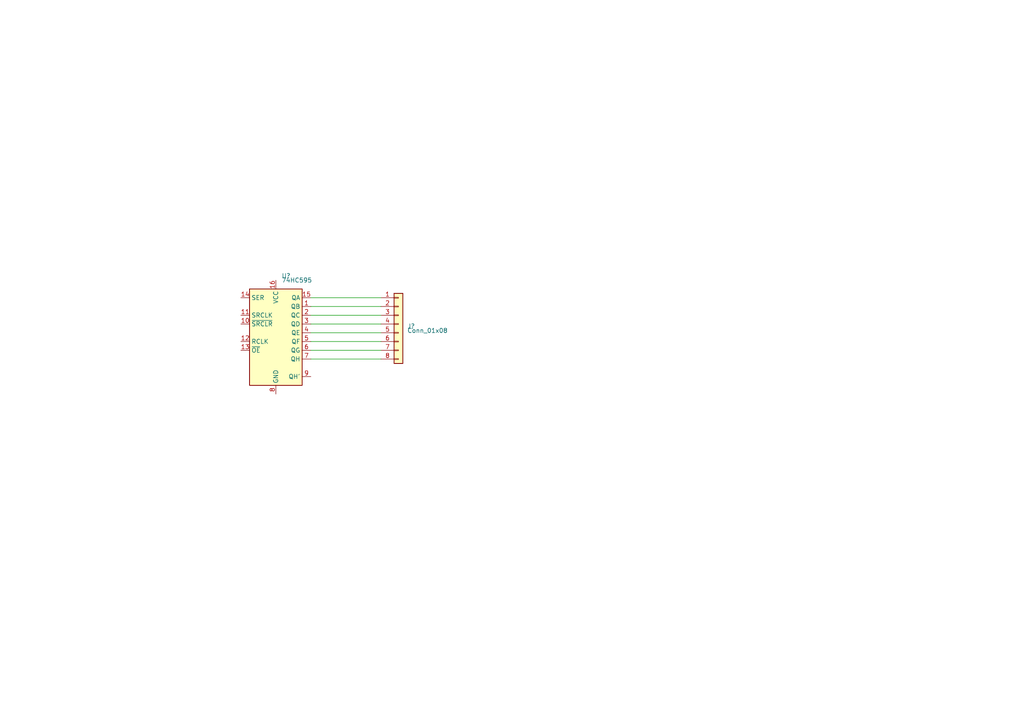
<source format=kicad_sch>
(kicad_sch (version 20220104) (generator eeschema)
  (paper "A4")
  (lib_symbols
    (symbol "74xx:74HC595"
      (property "Reference" "U" (at -7.62 13.97 0))
      (property "Value" "74HC595" (at -7.62 -16.51 0))
      (symbol "74HC595_1_0"
        (pin tri_state line (at 10.16 7.62 180) (length 2.54) (name "QB") (number "1"))
        (pin input line (at -10.16 2.54 0) (length 2.54) (name "~{SRCLR}") (number "10"))
        (pin input line (at -10.16 5.08 0) (length 2.54) (name "SRCLK") (number "11"))
        (pin input line (at -10.16 -2.54 0) (length 2.54) (name "RCLK") (number "12"))
        (pin input line (at -10.16 -5.08 0) (length 2.54) (name "~{OE}") (number "13"))
        (pin input line (at -10.16 10.16 0) (length 2.54) (name "SER") (number "14"))
        (pin tri_state line (at 10.16 10.16 180) (length 2.54) (name "QA") (number "15"))
        (pin power_in line (at 0 15.24 270) (length 2.54) (name "VCC") (number "16"))
        (pin tri_state line (at 10.16 5.08 180) (length 2.54) (name "QC") (number "2"))
        (pin tri_state line (at 10.16 2.54 180) (length 2.54) (name "QD") (number "3"))
        (pin tri_state line (at 10.16 0 180) (length 2.54) (name "QE") (number "4"))
        (pin tri_state line (at 10.16 -2.54 180) (length 2.54) (name "QF") (number "5"))
        (pin tri_state line (at 10.16 -5.08 180) (length 2.54) (name "QG") (number "6"))
        (pin tri_state line (at 10.16 -7.62 180) (length 2.54) (name "QH") (number "7"))
        (pin power_in line (at 0 -17.78 90) (length 2.54) (name "GND") (number "8"))
        (pin output line (at 10.16 -12.7 180) (length 2.54) (name "QH'") (number "9"))
      )
      (symbol "74HC595_1_1"
        (rectangle (start -7.62 12.7) (end 7.62 -15.24) (stroke (width 0.254)) (fill (type background)))
      )
    )
    (symbol "Connector_Generic:Conn_01x08" (pin_names (offset 1.016) hide)
      (property "Reference" "J" (at 0 10.16 0))
      (property "Value" "Conn_01x08" (at 0 -12.7 0))
      (symbol "Conn_01x08_1_1"
        (rectangle (start -1.27 -10.033) (end 0 -10.287) (stroke (width 0.1524)))
        (rectangle (start -1.27 -7.493) (end 0 -7.747) (stroke (width 0.1524)))
        (rectangle (start -1.27 -4.953) (end 0 -5.207) (stroke (width 0.1524)))
        (rectangle (start -1.27 -2.413) (end 0 -2.667) (stroke (width 0.1524)))
        (rectangle (start -1.27 0.127) (end 0 -0.127) (stroke (width 0.1524)))
        (rectangle (start -1.27 2.667) (end 0 2.413) (stroke (width 0.1524)))
        (rectangle (start -1.27 5.207) (end 0 4.953) (stroke (width 0.1524)))
        (rectangle (start -1.27 7.747) (end 0 7.493) (stroke (width 0.1524)))
        (rectangle (start -1.27 8.89) (end 1.27 -11.43) (stroke (width 0.254)) (fill (type background)))
        (pin passive line (at -5.08 7.62 0) (length 3.81) (name "Pin_1") (number "1"))
        (pin passive line (at -5.08 5.08 0) (length 3.81) (name "Pin_2") (number "2"))
        (pin passive line (at -5.08 2.54 0) (length 3.81) (name "Pin_3") (number "3"))
        (pin passive line (at -5.08 0 0) (length 3.81) (name "Pin_4") (number "4"))
        (pin passive line (at -5.08 -2.54 0) (length 3.81) (name "Pin_5") (number "5"))
        (pin passive line (at -5.08 -5.08 0) (length 3.81) (name "Pin_6") (number "6"))
        (pin passive line (at -5.08 -7.62 0) (length 3.81) (name "Pin_7") (number "7"))
        (pin passive line (at -5.08 -10.16 0) (length 3.81) (name "Pin_8") (number "8"))
      )
    )
  )
  (wire (pts (xy 90.17 104.14) (xy 110.49 104.14)))
  (wire (pts (xy 90.17 96.52) (xy 110.49 96.52)))
  (wire (pts (xy 90.17 86.36) (xy 110.49 86.36)))
  (wire (pts (xy 90.17 93.98) (xy 110.49 93.98)))
  (wire (pts (xy 90.17 99.06) (xy 110.49 99.06)))
  (wire (pts (xy 90.17 101.6) (xy 110.49 101.6)))
  (wire (pts (xy 90.17 91.44) (xy 110.49 91.44)))
  (wire (pts (xy 90.17 88.9) (xy 110.49 88.9)))
  (symbol (lib_id "74xx:74HC595") (at 80.01 96.52 0) (unit 1)
    (property "Reference" "U?" (at 81.6611 80.01 0) (effects (justify left)))
    (property "Value" "74HC595" (at 81.6611 81.28 0) (effects (justify left)))
    (property "Footprint" "Package_DIP:DIP-16_W7.62mm" (effects hide))
    (property "Datasheet" "http://www.ti.com/lit/ds/symlink/sn74hc595.pdf" (effects hide))
  )
  (symbol (lib_id "Connector_Generic:Conn_01x08") (at 115.57 93.98 0) (unit 1)
    (property "Reference" "J?" (at 118.11 94.615 0) (effects (justify left)))
    (property "Value" "Conn_01x08" (at 118.11 95.885 0) (effects (justify left)))
    (property "Footprint" "Connector_PinHeader_2.54mm:PinHeader_1x08_P2.54mm_Vertical" (effects hide))
  )
)
</source>
